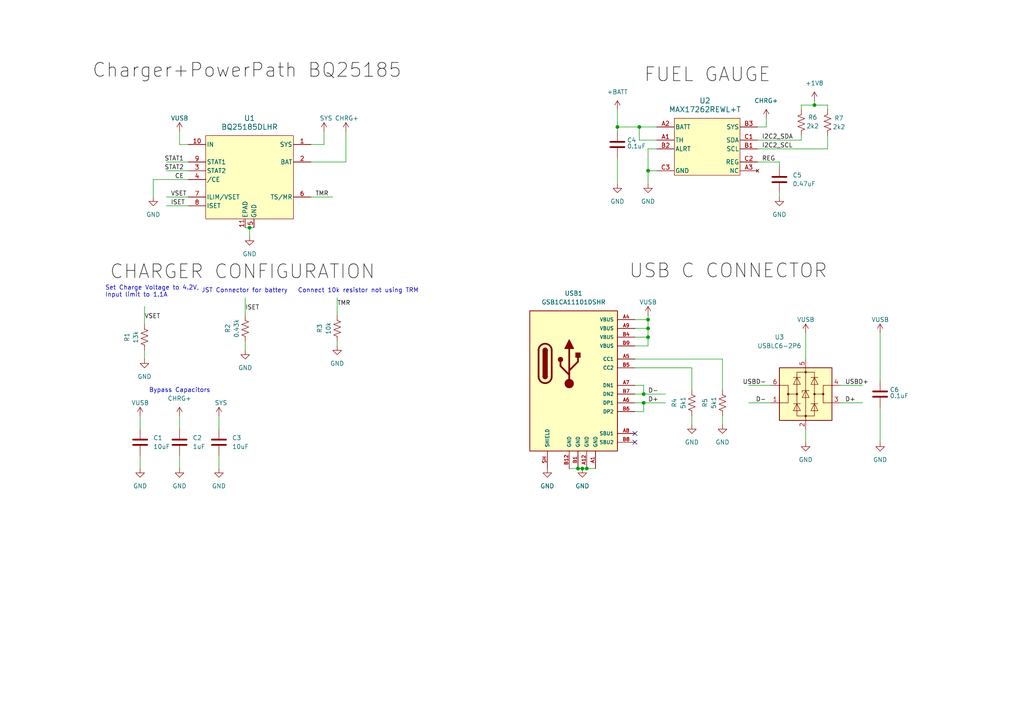
<source format=kicad_sch>
(kicad_sch (version 20231120) (generator "eeschema") (generator_version "8.0")
  (paper "A4")
  (lib_symbols
    (symbol "Device:C" (pin_numbers hide) (pin_names (offset 0.254))
      (property "Reference" "C" (at 0.635 2.54 0))
      (property "Value" "C" (at 0.635 -2.54 0))
      (symbol "C_0_1"
        (polyline (pts (xy -2.032 -0.762) (xy 2.032 -0.762)) (stroke (width 0.508)))
        (polyline (pts (xy -2.032 0.762) (xy 2.032 0.762)) (stroke (width 0.508)))
      )
      (symbol "C_1_1"
        (pin passive line (at 0 3.81 270) (length 2.794) (name "~") (number "1"))
        (pin passive line (at 0 -3.81 90) (length 2.794) (name "~") (number "2"))
      )
    )
    (symbol "Device:R_US" (pin_numbers hide) (pin_names (offset 0))
      (property "Reference" "R" (at 2.54 0 90))
      (property "Value" "R_US" (at -2.54 0 90))
      (symbol "R_US_0_1"
        (polyline (pts (xy 0 -2.286) (xy 0 -2.54)))
        (polyline (pts (xy 0 2.286) (xy 0 2.54)))
        (polyline (pts (xy 0 -0.762) (xy 1.016 -1.143) (xy 0 -1.524) (xy -1.016 -1.905) (xy 0 -2.286)))
        (polyline (pts (xy 0 0.762) (xy 1.016 0.381) (xy 0 0) (xy -1.016 -0.381) (xy 0 -0.762)))
        (polyline (pts (xy 0 2.286) (xy 1.016 1.905) (xy 0 1.524) (xy -1.016 1.143) (xy 0 0.762)))
      )
      (symbol "R_US_1_1"
        (pin passive line (at 0 3.81 270) (length 1.27) (name "~") (number "1"))
        (pin passive line (at 0 -3.81 90) (length 1.27) (name "~") (number "2"))
      )
    )
    (symbol "ENCHANTI_battery-management:BQ25185DLHR" (pin_names (offset 0.254))
      (property "Reference" "U" (at 0 8.636 0))
      (property "Value" "BQ25185DLHR" (at 0.508 6.604 0))
      (symbol "BQ25185DLHR_0_1"
        (pin power_in line (at 17.78 2.54 180) (length 5.08) (name "SYS") (number "1"))
        (pin input line (at -17.78 2.54 0) (length 5.08) (name "IN") (number "10"))
        (pin unspecified line (at -1.27 -21.59 90) (length 2.54) (name "EPAD") (number "11"))
        (pin power_in line (at 17.78 -2.54 180) (length 5.08) (name "BAT") (number "2"))
        (pin output line (at -17.78 -5.08 0) (length 5.08) (name "STAT2") (number "3"))
        (pin input line (at -17.78 -7.62 0) (length 5.08) (name "/CE") (number "4"))
        (pin power_out line (at 1.27 -21.59 90) (length 2.54) (name "GND") (number "5"))
        (pin bidirectional line (at 17.78 -12.7 180) (length 5.08) (name "TS/MR") (number "6"))
        (pin bidirectional line (at -17.78 -12.7 0) (length 5.08) (name "ILIM/VSET") (number "7"))
        (pin bidirectional line (at -17.78 -15.24 0) (length 5.08) (name "ISET") (number "8"))
        (pin output line (at -17.78 -2.54 0) (length 5.08) (name "STAT1") (number "9"))
      )
      (symbol "BQ25185DLHR_1_1"
        (rectangle (start -12.7 5.08) (end 12.7 -19.05) (fill (type background)))
      )
    )
    (symbol "ENCHANTI_battery-management:MAX17262REWL+T" (pin_names (offset 0.254))
      (property "Reference" "U" (at 0 10.16 0))
      (property "Value" "MAX17262REWL+T" (at 0 7.874 0))
      (symbol "MAX17262REWL+T_0_1"
        (pin input line (at -13.97 0 0) (length 5.08) (name "TH") (number "A1"))
        (pin unspecified line (at -13.97 3.81 0) (length 5.08) (name "BATT") (number "A2"))
        (pin no_connect line (at 15.24 -8.89 180) (length 5.08) (name "NC") (number "A3"))
        (pin input line (at 15.24 -2.54 180) (length 5.08) (name "SCL") (number "B1"))
        (pin output line (at -13.97 -2.54 0) (length 5.08) (name "ALRT") (number "B2"))
        (pin unspecified line (at 15.24 3.81 180) (length 5.08) (name "SYS") (number "B3"))
        (pin bidirectional line (at 15.24 0 180) (length 5.08) (name "SDA") (number "C1"))
        (pin output line (at 15.24 -6.35 180) (length 5.08) (name "REG") (number "C2"))
        (pin power_in line (at -13.97 -8.89 0) (length 5.08) (name "GND") (number "C3"))
      )
      (symbol "MAX17262REWL+T_1_1"
        (rectangle (start -8.89 6.35) (end 10.16 -10.16) (fill (type background)))
      )
    )
    (symbol "ENCHANTI_connectors:GSB1CA11101DSHR" (pin_names (offset 1.016))
      (property "Reference" "USB" (at -13.97 18.542 0))
      (property "Value" "GSB1CA11101DSHR" (at -13.462 -13.208 0))
      (symbol "GSB1CA11101DSHR_0_0"
        (rectangle (start -13.97 17.78) (end 11.43 -22.86) (stroke (width 0.254)) (fill (type background)))
        (pin power_in line (at 5.08 -27.94 90) (length 5.08) (name "GND") (number "A1"))
        (pin power_in line (at 2.54 -27.94 90) (length 5.08) (name "GND") (number "A12"))
        (pin power_in line (at 16.51 15.24 180) (length 5.08) (name "VBUS") (number "A4"))
        (pin bidirectional line (at 16.51 3.81 180) (length 5.08) (name "CC1") (number "A5"))
        (pin bidirectional line (at 16.51 -8.89 180) (length 5.08) (name "DP1") (number "A6"))
        (pin bidirectional line (at 16.51 -3.81 180) (length 5.08) (name "DN1") (number "A7"))
        (pin bidirectional line (at 16.51 -17.78 180) (length 5.08) (name "SBU1") (number "A8"))
        (pin power_in line (at 16.51 12.7 180) (length 5.08) (name "VBUS") (number "A9"))
        (pin power_in line (at 0 -27.94 90) (length 5.08) (name "GND") (number "B1"))
        (pin power_in line (at -2.54 -27.94 90) (length 5.08) (name "GND") (number "B12"))
        (pin power_in line (at 16.51 10.16 180) (length 5.08) (name "VBUS") (number "B4"))
        (pin bidirectional line (at 16.51 1.27 180) (length 5.08) (name "CC2") (number "B5"))
        (pin bidirectional line (at 16.51 -11.43 180) (length 5.08) (name "DP2") (number "B6"))
        (pin bidirectional line (at 16.51 -6.35 180) (length 5.08) (name "DN2") (number "B7"))
        (pin bidirectional line (at 16.51 -20.32 180) (length 5.08) (name "SBU2") (number "B8"))
        (pin power_in line (at 16.51 7.62 180) (length 5.08) (name "VBUS") (number "B9"))
        (pin passive line (at -8.89 -27.94 90) (length 5.08) (name "SHIELD") (number "SH"))
      )
      (symbol "GSB1CA11101DSHR_0_1"
        (arc (start -11.43 -1.27) (mid -9.525 -3.1667) (end -7.62 -1.27) (stroke (width 0.508)))
        (arc (start -10.16 -1.27) (mid -9.525 -1.9023) (end -8.89 -1.27) (stroke (width 0.254)))
        (arc (start -10.16 -1.27) (mid -9.525 -1.9023) (end -8.89 -1.27) (stroke (width 0.254)) (fill (type outline)))
        (rectangle (start -10.16 -1.27) (end -8.89 6.35) (stroke (width 0.254)) (fill (type outline)))
        (arc (start -8.89 6.35) (mid -9.525 6.9823) (end -10.16 6.35) (stroke (width 0.254)))
        (arc (start -8.89 6.35) (mid -9.525 6.9823) (end -10.16 6.35) (stroke (width 0.254)) (fill (type outline)))
        (arc (start -7.62 6.35) (mid -9.525 8.2467) (end -11.43 6.35) (stroke (width 0.508)))
        (circle (center -5.08 3.683) (radius 0.635) (stroke (width 0.254)) (fill (type outline)))
        (circle (center -2.54 -3.302) (radius 1.27) (fill (type outline)))
        (rectangle (start -0.635 4.318) (end 0.635 5.588) (stroke (width 0.254)) (fill (type outline)))
        (polyline (pts (xy -11.43 -1.27) (xy -11.43 6.35)) (stroke (width 0.508)))
        (polyline (pts (xy -7.62 6.35) (xy -7.62 -1.27)) (stroke (width 0.508)))
        (polyline (pts (xy -2.54 -3.302) (xy -2.54 6.858)) (stroke (width 0.508)))
        (polyline (pts (xy -2.54 -0.762) (xy -5.08 1.778) (xy -5.08 3.048)) (stroke (width 0.508)))
        (polyline (pts (xy -2.54 0.508) (xy 0 3.048) (xy 0 4.318)) (stroke (width 0.508)))
        (polyline (pts (xy -3.81 6.858) (xy -2.54 9.398) (xy -1.27 6.858) (xy -3.81 6.858)) (stroke (width 0.254)) (fill (type outline)))
      )
    )
    (symbol "GND_2" (power) (pin_names (offset 0))
      (property "Value" "GND_2" (at 0 -3.81 0))
      (symbol "GND_2_0_1"
        (polyline (pts (xy 0 0) (xy 0 -1.27) (xy 1.27 -1.27) (xy 0 -2.54) (xy -1.27 -1.27) (xy 0 -1.27)))
      )
      (symbol "GND_2_1_1"
        (pin power_in line (at 0 0 270) (length 0) hide (name "GND") (number "1"))
      )
    )
    (symbol "Power_Protection:USBLC6-2P6" (pin_names hide)
      (property "Reference" "U" (at 2.54 8.89 0))
      (property "Value" "USBLC6-2P6" (at 2.54 -8.89 0))
      (symbol "USBLC6-2P6_0_1"
        (rectangle (start -7.62 -7.62) (end 7.62 7.62) (stroke (width 0.254)) (fill (type background)))
        (circle (center -5.08 0) (radius 0.254) (fill (type outline)))
        (circle (center -2.54 0) (radius 0.254) (fill (type outline)))
        (rectangle (start -2.54 6.35) (end 2.54 -6.35))
        (circle (center 0 -6.35) (radius 0.254) (fill (type outline)))
        (polyline (pts (xy -5.08 -2.54) (xy -7.62 -2.54)))
        (polyline (pts (xy -5.08 0) (xy -5.08 -2.54)))
        (polyline (pts (xy -5.08 2.54) (xy -7.62 2.54)))
        (polyline (pts (xy -1.524 -2.794) (xy -3.556 -2.794)))
        (polyline (pts (xy -1.524 4.826) (xy -3.556 4.826)))
        (polyline (pts (xy 0 -7.62) (xy 0 -6.35)))
        (polyline (pts (xy 0 -6.35) (xy 0 1.27)))
        (polyline (pts (xy 0 1.27) (xy 0 6.35)))
        (polyline (pts (xy 0 6.35) (xy 0 7.62)))
        (polyline (pts (xy 1.524 -2.794) (xy 3.556 -2.794)))
        (polyline (pts (xy 1.524 4.826) (xy 3.556 4.826)))
        (polyline (pts (xy 5.08 -2.54) (xy 7.62 -2.54)))
        (polyline (pts (xy 5.08 0) (xy 5.08 -2.54)))
        (polyline (pts (xy 5.08 2.54) (xy 7.62 2.54)))
        (polyline (pts (xy -2.54 0) (xy -5.08 0) (xy -5.08 2.54)))
        (polyline (pts (xy 2.54 0) (xy 5.08 0) (xy 5.08 2.54)))
        (polyline (pts (xy -3.556 -4.826) (xy -1.524 -4.826) (xy -2.54 -2.794) (xy -3.556 -4.826)))
        (polyline (pts (xy -3.556 2.794) (xy -1.524 2.794) (xy -2.54 4.826) (xy -3.556 2.794)))
        (polyline (pts (xy -1.016 -1.016) (xy 1.016 -1.016) (xy 0 1.016) (xy -1.016 -1.016)))
        (polyline (pts (xy 1.016 1.016) (xy 0.762 1.016) (xy -1.016 1.016) (xy -1.016 0.508)))
        (polyline (pts (xy 3.556 -4.826) (xy 1.524 -4.826) (xy 2.54 -2.794) (xy 3.556 -4.826)))
        (polyline (pts (xy 3.556 2.794) (xy 1.524 2.794) (xy 2.54 4.826) (xy 3.556 2.794)))
        (circle (center 0 6.35) (radius 0.254) (fill (type outline)))
        (circle (center 2.54 0) (radius 0.254) (fill (type outline)))
        (circle (center 5.08 0) (radius 0.254) (fill (type outline)))
      )
      (symbol "USBLC6-2P6_1_1"
        (pin passive line (at -10.16 -2.54 0) (length 2.54) (name "I/O1") (number "1"))
        (pin passive line (at 0 -10.16 90) (length 2.54) (name "GND") (number "2"))
        (pin passive line (at 10.16 -2.54 180) (length 2.54) (name "I/O2") (number "3"))
        (pin passive line (at 10.16 2.54 180) (length 2.54) (name "I/O2") (number "4"))
        (pin passive line (at 0 10.16 270) (length 2.54) (name "VBUS") (number "5"))
        (pin passive line (at -10.16 2.54 0) (length 2.54) (name "I/O1") (number "6"))
      )
    )
    (symbol "VUSB:VUSB" (power) (in_bom no) (on_board no)
      (property "Value" "VUSB" (at 0 5.08 0))
      (symbol "VUSB_0_1"
        (polyline (pts (xy -0.762 1.27) (xy 0 2.54)))
        (polyline (pts (xy 0 0) (xy 0 2.54)))
        (polyline (pts (xy 0 2.54) (xy 0.762 1.27)))
      )
      (symbol "VUSB_1_1"
        (pin power_in line (at 0 0 90) (length 0) hide (name "VUSB") (number "1"))
      )
    )
    (symbol "power-symbols:CHARGE+" (power) (in_bom no) (on_board no)
      (property "Value" "CHARGE+" (at 0 3.81 0))
      (symbol "CHARGE+_0_1"
        (polyline (pts (xy -0.762 1.27) (xy 0 2.54)))
        (polyline (pts (xy 0 0) (xy 0 2.54)))
        (polyline (pts (xy 0 2.54) (xy 0.762 1.27)))
      )
      (symbol "CHARGE+_1_1"
        (pin power_in line (at 0 0 90) (length 0) hide (name "CHRG+") (number "1"))
      )
    )
    (symbol "power-symbols:VSYS"
      (property "Value" "SYS" (at 0 5.08 0))
      (symbol "VSYS_0_1"
        (polyline (pts (xy -0.762 1.27) (xy 0 2.54)))
        (polyline (pts (xy 0 0) (xy 0 2.54)))
        (polyline (pts (xy 0 2.54) (xy 0.762 1.27)))
      )
      (symbol "VSYS_1_1"
        (pin power_in line (at 0 0 90) (length 0) hide (name "SYS") (number "1"))
      )
    )
    (symbol "power:+1V8" (power) (pin_numbers hide) (pin_names (offset 0) hide)
      (property "Value" "+1V8" (at 0 3.556 0))
      (symbol "+1V8_0_1"
        (polyline (pts (xy -0.762 1.27) (xy 0 2.54)))
        (polyline (pts (xy 0 0) (xy 0 2.54)))
        (polyline (pts (xy 0 2.54) (xy 0.762 1.27)))
      )
      (symbol "+1V8_1_1"
        (pin power_in line (at 0 0 90) (length 0) (name "~") (number "1"))
      )
    )
    (symbol "power:+BATT" (power) (pin_names (offset 0))
      (property "Value" "+BATT" (at 0 3.556 0))
      (symbol "+BATT_0_1"
        (polyline (pts (xy -0.762 1.27) (xy 0 2.54)))
        (polyline (pts (xy 0 0) (xy 0 2.54)))
        (polyline (pts (xy 0 2.54) (xy 0.762 1.27)))
      )
      (symbol "+BATT_1_1"
        (pin power_in line (at 0 0 90) (length 0) hide (name "+BATT") (number "1"))
      )
    )
  )
  (junction (at 186.69 116.84))
  (junction (at 187.96 97.79))
  (junction (at 236.22 30.48))
  (junction (at 187.96 49.53))
  (junction (at 187.96 95.25))
  (junction (at 168.91 135.89))
  (junction (at 187.96 92.71))
  (junction (at 167.64 135.89))
  (junction (at 186.69 114.3))
  (junction (at 170.18 135.89))
  (junction (at 185.42 36.83))
  (junction (at 179.07 36.83))
  (junction (at 72.39 66.04))
  (no_connect (at 184.15 125.73))
  (no_connect (at 184.15 128.27))
  (wire (pts (xy 190.5 36.83) (xy 185.42 36.83)))
  (wire (pts (xy 240.03 30.48) (xy 236.22 30.48)))
  (wire (pts (xy 184.15 111.76) (xy 186.69 111.76)))
  (wire (pts (xy 232.41 30.48) (xy 232.41 31.75)))
  (wire (pts (xy 186.69 114.3) (xy 193.04 114.3)))
  (wire (pts (xy 184.15 114.3) (xy 186.69 114.3)))
  (wire (pts (xy 184.15 116.84) (xy 186.69 116.84)))
  (wire (pts (xy 71.12 86.36) (xy 71.12 91.44)))
  (wire (pts (xy 184.15 97.79) (xy 187.96 97.79)))
  (wire (pts (xy 44.45 52.07) (xy 54.61 52.07)))
  (wire (pts (xy 200.66 120.65) (xy 200.66 123.19)))
  (wire (pts (xy 240.03 30.48) (xy 240.03 31.75)))
  (wire (pts (xy 63.5 120.65) (xy 63.5 124.46)))
  (wire (pts (xy 93.98 38.1) (xy 93.98 41.91)))
  (wire (pts (xy 179.07 45.72) (xy 179.07 53.34)))
  (wire (pts (xy 236.22 30.48) (xy 232.41 30.48)))
  (wire (pts (xy 184.15 100.33) (xy 187.96 100.33)))
  (wire (pts (xy 185.42 36.83) (xy 179.07 36.83)))
  (wire (pts (xy 236.22 29.21) (xy 236.22 30.48)))
  (wire (pts (xy 90.17 57.15) (xy 96.52 57.15)))
  (wire (pts (xy 184.15 104.14) (xy 209.55 104.14)))
  (wire (pts (xy 184.15 92.71) (xy 187.96 92.71)))
  (wire (pts (xy 72.39 68.58) (xy 72.39 66.04)))
  (wire (pts (xy 52.07 120.65) (xy 52.07 124.46)))
  (wire (pts (xy 223.52 116.84) (xy 217.17 116.84)))
  (wire (pts (xy 233.68 124.46) (xy 233.68 128.27)))
  (wire (pts (xy 219.71 40.64) (xy 232.41 40.64)))
  (wire (pts (xy 167.64 135.89) (xy 168.91 135.89)))
  (wire (pts (xy 63.5 135.89) (xy 63.5 132.08)))
  (wire (pts (xy 52.07 41.91) (xy 52.07 38.1)))
  (wire (pts (xy 44.45 52.07) (xy 44.45 57.15)))
  (wire (pts (xy 48.26 59.69) (xy 54.61 59.69)))
  (wire (pts (xy 186.69 116.84) (xy 193.04 116.84)))
  (wire (pts (xy 226.06 57.15) (xy 226.06 55.88)))
  (wire (pts (xy 40.64 135.89) (xy 40.64 132.08)))
  (wire (pts (xy 243.84 111.76) (xy 250.19 111.76)))
  (wire (pts (xy 170.18 135.89) (xy 172.72 135.89)))
  (wire (pts (xy 184.15 95.25) (xy 187.96 95.25)))
  (wire (pts (xy 48.26 49.53) (xy 54.61 49.53)))
  (wire (pts (xy 52.07 135.89) (xy 52.07 132.08)))
  (wire (pts (xy 48.26 57.15) (xy 54.61 57.15)))
  (wire (pts (xy 184.15 119.38) (xy 186.69 119.38)))
  (wire (pts (xy 233.68 96.52) (xy 233.68 104.14)))
  (wire (pts (xy 187.96 92.71) (xy 187.96 95.25)))
  (wire (pts (xy 223.52 111.76) (xy 217.17 111.76)))
  (wire (pts (xy 219.71 43.18) (xy 240.03 43.18)))
  (wire (pts (xy 255.27 96.52) (xy 255.27 110.49)))
  (wire (pts (xy 40.64 120.65) (xy 40.64 124.46)))
  (wire (pts (xy 179.07 38.1) (xy 179.07 36.83)))
  (wire (pts (xy 187.96 95.25) (xy 187.96 97.79)))
  (wire (pts (xy 190.5 49.53) (xy 187.96 49.53)))
  (wire (pts (xy 200.66 106.68) (xy 200.66 113.03)))
  (wire (pts (xy 168.91 135.89) (xy 170.18 135.89)))
  (wire (pts (xy 222.25 34.29) (xy 222.25 36.83)))
  (wire (pts (xy 72.39 66.04) (xy 73.66 66.04)))
  (wire (pts (xy 97.79 86.36) (xy 97.79 91.44)))
  (wire (pts (xy 187.96 91.44) (xy 187.96 92.71)))
  (wire (pts (xy 165.1 135.89) (xy 167.64 135.89)))
  (wire (pts (xy 187.96 97.79) (xy 187.96 100.33)))
  (wire (pts (xy 97.79 99.06) (xy 97.79 100.33)))
  (wire (pts (xy 243.84 116.84) (xy 250.19 116.84)))
  (wire (pts (xy 184.15 106.68) (xy 200.66 106.68)))
  (wire (pts (xy 255.27 118.11) (xy 255.27 128.27)))
  (wire (pts (xy 219.71 36.83) (xy 222.25 36.83)))
  (wire (pts (xy 186.69 119.38) (xy 186.69 116.84)))
  (wire (pts (xy 226.06 46.99) (xy 226.06 48.26)))
  (wire (pts (xy 185.42 40.64) (xy 190.5 40.64)))
  (wire (pts (xy 41.91 104.14) (xy 41.91 101.6)))
  (wire (pts (xy 186.69 111.76) (xy 186.69 114.3)))
  (wire (pts (xy 179.07 31.75) (xy 179.07 36.83)))
  (wire (pts (xy 232.41 40.64) (xy 232.41 39.37)))
  (wire (pts (xy 100.33 46.99) (xy 100.33 38.1)))
  (wire (pts (xy 90.17 46.99) (xy 100.33 46.99)))
  (wire (pts (xy 90.17 41.91) (xy 93.98 41.91)))
  (wire (pts (xy 240.03 39.37) (xy 240.03 43.18)))
  (wire (pts (xy 209.55 120.65) (xy 209.55 123.19)))
  (wire (pts (xy 71.12 101.6) (xy 71.12 99.06)))
  (wire (pts (xy 187.96 43.18) (xy 187.96 49.53)))
  (wire (pts (xy 72.39 66.04) (xy 71.12 66.04)))
  (wire (pts (xy 54.61 46.99) (xy 48.26 46.99)))
  (wire (pts (xy 219.71 46.99) (xy 226.06 46.99)))
  (wire (pts (xy 41.91 88.9) (xy 41.91 93.98)))
  (wire (pts (xy 187.96 49.53) (xy 187.96 53.34)))
  (wire (pts (xy 190.5 43.18) (xy 187.96 43.18)))
  (wire (pts (xy 185.42 40.64) (xy 185.42 36.83)))
  (wire (pts (xy 54.61 41.91) (xy 52.07 41.91)))
  (wire (pts (xy 209.55 104.14) (xy 209.55 113.03)))
  (text "FUEL GAUGE" (at 186.69 24.13 0) (effects (font (size 4 4)) (justify left bottom)))
  (text "Connect 10k resistor not using TRM" (at 86.36 85.09 0) (effects (font (size 1.27 1.27)) (justify left bottom)))
  (text "Charger+PowerPath BQ25185" (at 26.67 22.86 0) (effects (font (size 4 4)) (justify left bottom)))
  (text "Bypass Capacitors\n\n\n" (at 43.18 118.11 0) (effects (font (size 1.27 1.27)) (justify left bottom)))
  (text "JST Connector for battery\n" (at 58.42 85.09 0) (effects (font (size 1.27 1.27)) (justify left bottom)))
  (text "Set Charge Voltage to 4.2V, \nInput limit to 1.1A" (at 30.48 86.36 0) (effects (font (size 1.27 1.27)) (justify left bottom)))
  (text "CHARGER CONFIGURATION" (at 31.75 81.28 0) (effects (font (size 4 4)) (justify left bottom)))
  (text "USB C CONNECTOR" (at 182.372 81.026 0) (effects (font (size 4 4)) (justify left bottom)))
  (label "ISET" (at 71.12 90.17 0))
  (label "I2C2_SDA" (at 220.98 40.64 0))
  (label "TMR" (at 91.44 57.15 0))
  (label "USBD+" (at 245.11 111.76 0))
  (label "CE" (at 53.34 52.07 180))
  (label "VSET" (at 41.91 92.71 0))
  (label "D-" (at 187.96 114.3 0))
  (label "D-" (at 222.25 116.84 180))
  (label "TMR" (at 97.79 88.9 0))
  (label "STAT2" (at 53.34 49.53 180))
  (label "D+" (at 245.11 116.84 0))
  (label "USBD-" (at 222.25 111.76 180))
  (label "I2C2_SCL" (at 220.98 43.18 0))
  (label "ISET" (at 49.53 59.69 0))
  (label "STAT1" (at 53.34 46.99 180))
  (label "VSET" (at 49.53 57.15 0))
  (label "D+" (at 187.96 116.84 0))
  (label "REG" (at 220.98 46.99 0))
  (symbol (lib_name "GND_2") (lib_id "power:GND") (at 179.07 53.34 0) (unit 1)
    (property "Reference" "#PWR014" (effects (hide yes)))
    (property "Value" "GND" (at 179.07 58.42 0))
  )
  (symbol (lib_id "Device:R_US") (at 240.03 35.56 0) (mirror x) (unit 1)
    (property "Reference" "R7" (at 243.332 34.29 0))
    (property "Value" "2k2" (at 243.332 36.83 0))
    (property "Footprint" "Resistor_SMD:R_0402_1005Metric" (effects (hide yes)))
    (property "Datasheet" "https://industrial.panasonic.com/cdbs/www-data/pdf/RDA0000/AOA0000C304.pdf" (effects (hide yes)))
    (property "Description Value Pkg" "2.2 kOhms ±1% 0.1W, 1/10W Chip Resistor 0402 (1005 Metric) Automotive AEC-Q200 Thick Film" (effects (hide yes)))
    (property "Mfg Part #" "ERJ-2RKF2201X" (effects (hide yes)))
    (property "Manufacturer" "Panasonic Electronic Components" (effects (hide yes)))
    (property "mpn" "ERJ-2RKF2201X" (effects (hide yes)))
  )
  (symbol (lib_id "ENCHANTI_connectors:GSB1CA11101DSHR") (at 167.64 107.95 0) (unit 1)
    (property "Reference" "USB1" (at 166.37 85.09 0))
    (property "Value" "GSB1CA11101DSHR" (at 166.37 87.63 0))
    (property "Footprint" "ENCHANTI_connectors:AMPHENOL_GSB1CA11101DSHR" (effects (hide yes)))
    (property "Datasheet" "https://cdn.amphenol-cs.com/media/wysiwyg/files/drawing/gsb1ca1x101dshr-ax1.pdf" (effects (hide yes)))
    (property "Description" "USB-C (USB TYPE-C) USB 2.0 Receptacle Connector 24 (16+8 Dummy) Position Surface Mount, Through Hole" (effects (hide yes)))
    (property "Mfg Part #" "GSB1CA11101DSHR" (effects (hide yes)))
    (property "Manufacturer" "Amphenol" (effects (hide yes)))
  )
  (symbol (lib_id "power:+BATT") (at 179.07 31.75 0) (unit 1)
    (property "Reference" "#PWR013" (effects (hide yes)))
    (property "Value" "+BATT" (at 179.07 26.67 0))
  )
  (symbol (lib_id "Device:C") (at 52.07 128.27 0) (unit 1)
    (property "Reference" "C2" (at 55.88 127 0) (effects (justify left)))
    (property "Value" "1uF" (at 55.88 129.54 0) (effects (justify left)))
    (property "Footprint" "Capacitor_SMD:C_0402_1005Metric" (effects (hide yes)))
    (property "Datasheet" "https://mm.digikey.com/Volume0/opasdata/d220001/medias/docus/41/CL03A105KQ3CSNC_Spec.pdf" (effects (hide yes)))
    (property "Description" "1 µF ±10% 16V Ceramic Capacitor X5R 0402 (1005 Metric)" (effects (hide yes)))
    (property "Mfg Part #" "CL05A105KO5NNNC" (effects (hide yes)))
    (property "Manufacturer" "Samsung Electro-Mechanics" (effects (hide yes)))
    (property "mpn" "CL05A105KO5NNNC" (effects (hide yes)))
  )
  (symbol (lib_id "VUSB:VUSB") (at 255.27 96.52 0) (unit 1) (in_bom no) (on_board no)
    (property "Reference" "#VUSB05" (effects (hide yes)))
    (property "Value" "VUSB" (at 252.73 92.71 0) (effects (justify left)))
  )
  (symbol (lib_name "GND_2") (lib_id "power:GND") (at 200.66 123.19 0) (unit 1)
    (property "Reference" "#PWR016" (effects (hide yes)))
    (property "Value" "GND" (at 200.66 128.27 0))
  )
  (symbol (lib_id "Device:R_US") (at 209.55 116.84 180) (unit 1)
    (property "Reference" "R5" (at 204.47 116.84 90))
    (property "Value" "5k1" (at 207.01 116.84 90))
    (property "Footprint" "Resistor_SMD:R_0402_1005Metric" (effects (hide yes)))
    (property "Datasheet" "https://industrial.panasonic.com/cdbs/www-data/pdf/RDA0000/AOA0000C304.pdf" (effects (hide yes)))
    (property "Description" "5.1 kOhms ±1% 0.1W, 1/10W Chip Resistor 0402 (1005 Metric) Automotive AEC-Q200 Thick Film" (effects (hide yes)))
    (property "Mfg Part #" "ERJ-2RKF5101X" (effects (hide yes)))
    (property "Manufacturer" "Panasonic Electronic Components" (effects (hide yes)))
    (property "mpn" "ERJ-2RKF5101X" (effects (hide yes)))
  )
  (symbol (lib_id "ENCHANTI_battery-management:BQ25185DLHR") (at 72.39 44.45 0) (unit 1)
    (property "Reference" "U1" (at 72.39 34.29 0) (effects (font (size 1.524 1.524))))
    (property "Value" "BQ25185DLHR" (at 72.39 36.83 0) (effects (font (size 1.524 1.524))))
    (property "Footprint" "ENCHANTI_battery-management:WSON10_DLH_TEX" (effects (hide yes)))
    (property "Datasheet" "https://www.ti.com/lit/ds/symlink/bq25185.pdf?ts=1701339761812&ref_url=https%253A%252F%252Fwww.ti.com%252Fproduct%252FBQ25185" (effects (hide yes)))
    (property "Description" "Charger IC Multi-Chemistry 10-WSON (2.2x2)" (effects (hide yes)))
    (property "Mfg Part #" "BQ25185DLHR" (effects (hide yes)))
    (property "Manufacturer" "Texas Instruments" (effects (hide yes)))
  )
  (symbol (lib_id "power-symbols:CHARGE+") (at 100.33 38.1 0) (unit 1) (in_bom no) (on_board no)
    (property "Reference" "#PWR010" (effects (hide yes)))
    (property "Value" "CHRG+" (at 100.584 34.29 0))
  )
  (symbol (lib_id "power-symbols:CHARGE+") (at 52.07 120.65 0) (unit 1) (in_bom no) (on_board no)
    (property "Reference" "#PWR04" (effects (hide yes)))
    (property "Value" "CHRG+" (at 52.07 115.57 0))
  )
  (symbol (lib_id "power-symbols:VSYS") (at 93.98 38.1 0) (unit 1) (in_bom no) (on_board no)
    (property "Reference" "SYS2" (effects (hide yes)))
    (property "Value" "SYS" (at 92.71 34.29 0) (effects (justify left)))
  )
  (symbol (lib_name "GND_2") (lib_id "power:GND") (at 40.64 135.89 0) (unit 1)
    (property "Reference" "#PWR01" (effects (hide yes)))
    (property "Value" "GND" (at 40.64 140.97 0))
  )
  (symbol (lib_id "Device:R_US") (at 97.79 95.25 180) (unit 1)
    (property "Reference" "R3" (at 92.71 95.25 90))
    (property "Value" "10k" (at 95.25 95.25 90))
    (property "Footprint" "Resistor_SMD:R_0402_1005Metric" (effects (hide yes)))
    (property "Datasheet" "https://industrial.panasonic.com/cdbs/www-data/pdf/RDA0000/AOA0000C304.pdf" (effects (hide yes)))
    (property "Description" "10 kOhms ±1% 0.1W, 1/10W Chip Resistor 0402 (1005 Metric) Automotive AEC-Q200 Thick Film" (effects (hide yes)))
    (property "Mfg Part #" "ERJ-2RKF1002X" (effects (hide yes)))
    (property "Manufacturer" "Panasonic Electronic Components" (effects (hide yes)))
    (property "mpn" "ERJ-2RKF1001X" (effects (hide yes)))
  )
  (symbol (lib_name "GND_2") (lib_id "power:GND") (at 41.91 104.14 0) (unit 1)
    (property "Reference" "#PWR02" (effects (hide yes)))
    (property "Value" "GND" (at 41.91 109.22 0))
  )
  (symbol (lib_id "ENCHANTI_battery-management:MAX17262REWL+T") (at 204.47 40.64 0) (unit 1)
    (property "Reference" "U2" (at 204.47 29.21 0) (effects (font (size 1.524 1.524))))
    (property "Value" "MAX17262REWL+T" (at 204.47 31.75 0) (effects (font (size 1.524 1.524))))
    (property "Footprint" "ENCHANTI_battery-management:MAX17262" (effects (hide yes)))
    (property "Datasheet" "https://www.analog.com/media/en/technical-documentation/data-sheets/MAX17262.pdf" (effects (hide yes)))
    (property "Description" "Battery Fuel Gauge IC LiFePO4/Li-ion 9-WLP (1.47x1.45)" (effects (hide yes)))
    (property "Mfg Part #" "MAX17262REWL+T" (effects (hide yes)))
    (property "Manufacturer" "Analog Devices Inc./Maxim Integrated" (effects (hide yes)))
  )
  (symbol (lib_id "Device:R_US") (at 41.91 97.79 180) (unit 1)
    (property "Reference" "R1" (at 36.83 97.79 90))
    (property "Value" "13k" (at 39.37 97.79 90))
    (property "Footprint" "Resistor_SMD:R_0402_1005Metric" (effects (hide yes)))
    (property "Datasheet" "https://industrial.panasonic.com/cdbs/www-data/pdf/RDA0000/AOA0000C304.pdf" (effects (hide yes)))
    (property "Description" "13 kOhms ±1% 0.1W, 1/10W Chip Resistor 0402 (1005 Metric) Automotive AEC-Q200 Thick Film" (effects (hide yes)))
    (property "Mfg Part #" "ERJ-2RKF1302X" (effects (hide yes)))
    (property "Manufacturer" "Panasonic Electronic Components" (effects (hide yes)))
    (property "mpn" "ERJ-2RKF2201X" (effects (hide yes)))
  )
  (symbol (lib_name "GND_2") (lib_id "power:GND") (at 97.79 100.33 0) (unit 1)
    (property "Reference" "#PWR09" (effects (hide yes)))
    (property "Value" "GND" (at 97.79 105.41 0))
  )
  (symbol (lib_id "VUSB:VUSB") (at 52.07 38.1 0) (unit 1) (in_bom no) (on_board no)
    (property "Reference" "#VUSB02" (effects (hide yes)))
    (property "Value" "VUSB" (at 49.53 34.29 0) (effects (justify left)))
  )
  (symbol (lib_id "Device:R_US") (at 71.12 95.25 180) (unit 1)
    (property "Reference" "R2" (at 66.04 95.25 90))
    (property "Value" "0.43k" (at 68.58 95.25 90))
    (property "Footprint" "Resistor_SMD:R_0402_1005Metric" (effects (hide yes)))
    (property "Datasheet" "https://industrial.panasonic.com/cdbs/www-data/pdf/RDA0000/AOA0000C304.pdf" (effects (hide yes)))
    (property "Description" "430 Ohms ±1% 0.1W, 1/10W Chip Resistor 0402 (1005 Metric) Automotive AEC-Q200 Thick Film" (effects (hide yes)))
    (property "Mfg Part #" "ERJ-2RKF4300X" (effects (hide yes)))
    (property "Manufacturer" "Panasonic Electronic Components" (effects (hide yes)))
    (property "mpn" "ERJ-2RKF2201X" (effects (hide yes)))
  )
  (symbol (lib_name "GND_2") (lib_id "power:GND") (at 52.07 135.89 0) (unit 1)
    (property "Reference" "#PWR05" (effects (hide yes)))
    (property "Value" "GND" (at 52.07 140.97 0))
  )
  (symbol (lib_name "GND_2") (lib_id "power:GND") (at 226.06 57.15 0) (unit 1)
    (property "Reference" "#PWR019" (effects (hide yes)))
    (property "Value" "GND" (at 226.06 62.23 0))
  )
  (symbol (lib_name "GND_2") (lib_id "power:GND") (at 255.27 128.27 0) (unit 1)
    (property "Reference" "#PWR022" (effects (hide yes)))
    (property "Value" "GND" (at 255.27 133.35 0))
  )
  (symbol (lib_id "Device:R_US") (at 200.66 116.84 180) (unit 1)
    (property "Reference" "R4" (at 195.58 116.84 90))
    (property "Value" "5k1" (at 198.12 116.84 90))
    (property "Footprint" "Resistor_SMD:R_0402_1005Metric" (effects (hide yes)))
    (property "Datasheet" "https://industrial.panasonic.com/cdbs/www-data/pdf/RDA0000/AOA0000C304.pdf" (effects (hide yes)))
    (property "Description" "5.1 kOhms ±1% 0.1W, 1/10W Chip Resistor 0402 (1005 Metric) Automotive AEC-Q200 Thick Film" (effects (hide yes)))
    (property "Mfg Part #" "ERJ-2RKF5101X" (effects (hide yes)))
    (property "Manufacturer" "Panasonic Electronic Components" (effects (hide yes)))
    (property "mpn" "ERJ-2RKF5101X" (effects (hide yes)))
  )
  (symbol (lib_name "GND_2") (lib_id "power:GND") (at 63.5 135.89 0) (unit 1)
    (property "Reference" "#PWR06" (effects (hide yes)))
    (property "Value" "GND" (at 63.5 140.97 0))
  )
  (symbol (lib_id "Power_Protection:USBLC6-2P6") (at 233.68 114.3 0) (unit 1)
    (property "Reference" "U3" (at 226.06 97.79 0))
    (property "Value" "USBLC6-2P6" (at 226.06 100.33 0))
    (property "Footprint" "Package_TO_SOT_SMD:SOT-666" (effects (hide yes)))
    (property "Datasheet" "https://www.st.com/resource/en/datasheet/usblc6-2.pdf" (effects (hide yes)))
    (property "Description" "17V Clamp 5A (8/20µs) Ipp Tvs Diode Surface Mount SOT-666" (effects (hide yes)))
    (property "Mfg Part #" "USBLC6-2P6" (effects (hide yes)))
    (property "Manufacturer" "STMicroelectronics" (effects (hide yes)))
  )
  (symbol (lib_id "power-symbols:CHARGE+") (at 222.25 34.29 0) (unit 1) (in_bom no) (on_board no)
    (property "Reference" "#PWR018" (effects (hide yes)))
    (property "Value" "CHRG+" (at 222.25 29.21 0))
  )
  (symbol (lib_id "Device:C") (at 40.64 128.27 0) (unit 1)
    (property "Reference" "C1" (at 44.45 127 0) (effects (justify left)))
    (property "Value" "10uF" (at 44.45 129.54 0) (effects (justify left)))
    (property "Footprint" "Capacitor_SMD:C_0603_1608Metric" (effects (hide yes)))
    (property "Datasheet" "https://mm.digikey.com/Volume0/opasdata/d220001/medias/docus/609/CL10A106KQ8NNNC_Spec.pdf" (effects (hide yes)))
    (property "Description" "10 µF ±10% 6.3V Ceramic Capacitor X5R 0603 (1608 Metric)" (effects (hide yes)))
    (property "Mfg Part #" "CL10A106KO8NNNC" (effects (hide yes)))
    (property "Manufacturer" "Samsung Electro-Mechanics" (effects (hide yes)))
    (property "mpn" "CL10A105KO8NNNC" (effects (hide yes)))
  )
  (symbol (lib_name "GND_2") (lib_id "power:GND") (at 158.75 135.89 0) (unit 1)
    (property "Reference" "#PWR011" (effects (hide yes)))
    (property "Value" "GND" (at 158.75 140.97 0))
  )
  (symbol (lib_name "GND_2") (lib_id "power:GND") (at 72.39 68.58 0) (unit 1)
    (property "Reference" "#PWR08" (effects (hide yes)))
    (property "Value" "GND" (at 72.39 73.66 0))
  )
  (symbol (lib_id "VUSB:VUSB") (at 40.64 120.65 0) (unit 1) (in_bom no) (on_board no)
    (property "Reference" "#VUSB01" (effects (hide yes)))
    (property "Value" "VUSB" (at 38.1 116.84 0) (effects (justify left)))
  )
  (symbol (lib_name "GND_2") (lib_id "power:GND") (at 44.45 57.15 0) (unit 1)
    (property "Reference" "#PWR03" (effects (hide yes)))
    (property "Value" "GND" (at 44.45 62.23 0))
  )
  (symbol (lib_id "power-symbols:VSYS") (at 63.5 120.65 0) (unit 1) (in_bom no) (on_board no)
    (property "Reference" "SYS1" (effects (hide yes)))
    (property "Value" "SYS" (at 62.23 116.84 0) (effects (justify left)))
  )
  (symbol (lib_name "GND_2") (lib_id "power:GND") (at 209.55 123.19 0) (unit 1)
    (property "Reference" "#PWR017" (effects (hide yes)))
    (property "Value" "GND" (at 209.55 128.27 0))
  )
  (symbol (lib_id "power:+1V8") (at 236.22 29.21 0) (unit 1)
    (property "Reference" "#PWR021" (effects (hide yes)))
    (property "Value" "+1V8" (at 236.22 24.13 0))
    (property "Description" "Power symbol creates a global label with name \"+1V8\"" (effects (hide yes)))
  )
  (symbol (lib_id "VUSB:VUSB") (at 233.68 96.52 0) (unit 1) (in_bom no) (on_board no)
    (property "Reference" "#VUSB04" (effects (hide yes)))
    (property "Value" "VUSB" (at 231.14 92.71 0) (effects (justify left)))
  )
  (symbol (lib_id "Device:C") (at 255.27 114.3 0) (unit 1)
    (property "Reference" "C6" (at 258.064 113.03 0) (effects (justify left)))
    (property "Value" "0.1uF" (at 258.064 114.808 0) (effects (justify left)))
    (property "Footprint" "Capacitor_SMD:C_0402_1005Metric" (effects (hide yes)))
    (property "Datasheet" "https://mm.digikey.com/Volume0/opasdata/d220001/medias/docus/41/CL03A104KP3NNNC_Spec.pdf" (effects (hide yes)))
    (property "Description" "0.1 µF ±10% 16V Ceramic Capacitor X7R 0402 (1005 Metric)\\" (effects (hide yes)))
    (property "Mfg Part #" "CL05B104KO5NNNC" (effects (hide yes)))
    (property "Manufacturer" "Samsung Electro-Mechanics" (effects (hide yes)))
  )
  (symbol (lib_id "VUSB:VUSB") (at 187.96 91.44 0) (unit 1) (in_bom no) (on_board no)
    (property "Reference" "#VUSB03" (effects (hide yes)))
    (property "Value" "VUSB" (at 185.42 87.63 0) (effects (justify left)))
  )
  (symbol (lib_id "Device:C") (at 63.5 128.27 0) (unit 1)
    (property "Reference" "C3" (at 67.31 127 0) (effects (justify left)))
    (property "Value" "10uF" (at 67.31 129.54 0) (effects (justify left)))
    (property "Footprint" "Capacitor_SMD:C_0603_1608Metric" (effects (hide yes)))
    (property "Datasheet" "https://mm.digikey.com/Volume0/opasdata/d220001/medias/docus/609/CL10A106KQ8NNNC_Spec.pdf" (effects (hide yes)))
    (property "Description" "10 µF ±10% 6.3V Ceramic Capacitor X5R 0603 (1608 Metric)" (effects (hide yes)))
    (property "Mfg Part #" "CL10A106KO8NNNC" (effects (hide yes)))
    (property "Manufacturer" "Samsung Electro-Mechanics" (effects (hide yes)))
    (property "mpn" "CL10A105KO8NNNC" (effects (hide yes)))
  )
  (symbol (lib_name "GND_2") (lib_id "power:GND") (at 71.12 101.6 0) (unit 1)
    (property "Reference" "#PWR07" (effects (hide yes)))
    (property "Value" "GND" (at 71.12 106.68 0))
  )
  (symbol (lib_id "Device:C") (at 226.06 52.07 0) (unit 1)
    (property "Reference" "C5" (at 229.87 50.8 0) (effects (justify left)))
    (property "Value" "0.47uF" (at 229.87 53.34 0) (effects (justify left)))
    (property "Footprint" "Capacitor_SMD:C_0402_1005Metric" (effects (hide yes)))
    (property "Datasheet" "https://mm.digikey.com/Volume0/opasdata/d220001/medias/docus/41/CL03A474KQ3NNNC_Spec.pdf" (effects (hide yes)))
    (property "Description" "0.47 µF ±10% 16V Ceramic Capacitor X5R 0402 (1005 Metric)" (effects (hide yes)))
    (property "Mfg Part #" "GRT155R61C474KE01D" (effects (hide yes)))
    (property "Manufacturer" "Murata Electronics" (effects (hide yes)))
    (property "mpn" "GRT155R61C474KE01D" (effects (hide yes)))
  )
  (symbol (lib_id "Device:C") (at 179.07 41.91 0) (unit 1)
    (property "Reference" "C4" (at 181.864 40.64 0) (effects (justify left)))
    (property "Value" "0.1uF" (at 181.864 42.418 0) (effects (justify left)))
    (property "Footprint" "Capacitor_SMD:C_0402_1005Metric" (effects (hide yes)))
    (property "Datasheet" "https://mm.digikey.com/Volume0/opasdata/d220001/medias/docus/41/CL03A104KP3NNNC_Spec.pdf" (effects (hide yes)))
    (property "Description" "0.1 µF ±10% 16V Ceramic Capacitor X7R 0402 (1005 Metric)\\" (effects (hide yes)))
    (property "Mfg Part #" "CL05B104KO5NNNC" (effects (hide yes)))
    (property "Manufacturer" "Samsung Electro-Mechanics" (effects (hide yes)))
  )
  (symbol (lib_name "GND_2") (lib_id "power:GND") (at 233.68 128.27 0) (unit 1)
    (property "Reference" "#PWR020" (effects (hide yes)))
    (property "Value" "GND" (at 233.68 133.35 0))
  )
  (symbol (lib_name "GND_2") (lib_id "power:GND") (at 187.96 53.34 0) (unit 1)
    (property "Reference" "#PWR015" (effects (hide yes)))
    (property "Value" "GND" (at 187.96 58.42 0))
  )
  (symbol (lib_name "GND_2") (lib_id "power:GND") (at 168.91 135.89 0) (unit 1)
    (property "Reference" "#PWR012" (effects (hide yes)))
    (property "Value" "GND" (at 168.91 140.97 0))
  )
  (symbol (lib_id "Device:R_US") (at 232.41 35.56 0) (mirror x) (unit 1)
    (property "Reference" "R6" (at 235.712 34.036 0))
    (property "Value" "2k2" (at 235.712 36.576 0))
    (property "Footprint" "Resistor_SMD:R_0402_1005Metric" (effects (hide yes)))
    (property "Datasheet" "https://industrial.panasonic.com/cdbs/www-data/pdf/RDA0000/AOA0000C304.pdf" (effects (hide yes)))
    (property "Description Value Pkg" "2.2 kOhms ±1% 0.1W, 1/10W Chip Resistor 0402 (1005 Metric) Automotive AEC-Q200 Thick Film" (effects (hide yes)))
    (property "Mfg Part #" "ERJ-2RKF2201X" (effects (hide yes)))
    (property "Manufacturer" "Panasonic Electronic Components" (effects (hide yes)))
    (property "mpn" "ERJ-2RKF2201X" (effects (hide yes)))
  )
)
</source>
